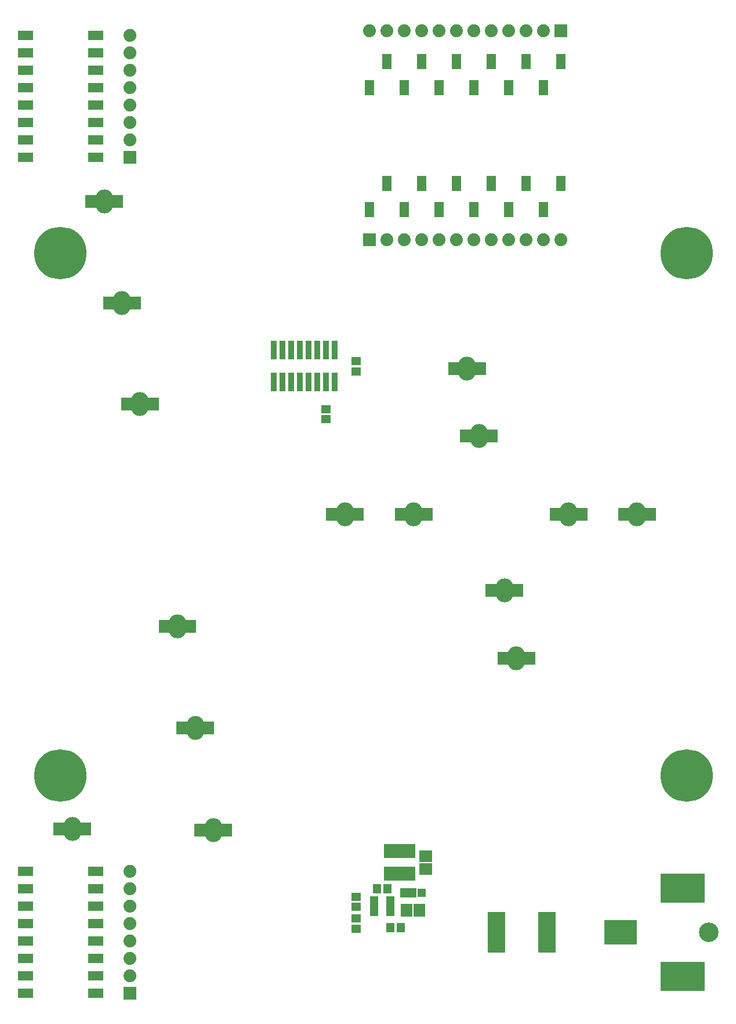
<source format=gts>
G04 (created by PCBNEW (2013-07-07 BZR 4022)-stable) date 11/4/2014 1:01:41 AM*
%MOIN*%
G04 Gerber Fmt 3.4, Leading zero omitted, Abs format*
%FSLAX34Y34*%
G01*
G70*
G90*
G04 APERTURE LIST*
%ADD10C,0.01*%
%ADD11R,0.054X0.089*%
%ADD12R,0.089X0.054*%
%ADD13R,0.0454961X0.0388031*%
%ADD14R,0.034X0.108*%
%ADD15R,0.074X0.074*%
%ADD16C,0.074*%
%ADD17R,0.0652X0.073*%
%ADD18R,0.073X0.0652*%
%ADD19R,0.0534X0.0494*%
%ADD20R,0.0494X0.0534*%
%ADD21R,0.104551X0.234472*%
%ADD22R,0.179X0.084*%
%ADD23C,0.301402*%
%ADD24R,0.0927402X0.0573071*%
%ADD25R,0.0454961X0.0454961*%
%ADD26R,0.0651811X0.0769921*%
%ADD27O,0.0987402X0.13811*%
%ADD28R,0.187228X0.143921*%
%ADD29R,0.258094X0.167543*%
%ADD30C,0.112425*%
G04 APERTURE END LIST*
G54D10*
G54D11*
X31750Y56000D03*
X30750Y54500D03*
X29750Y56000D03*
X28750Y54500D03*
X27750Y56000D03*
X26750Y54500D03*
X25750Y56000D03*
X24750Y54500D03*
X23750Y56000D03*
X22750Y54500D03*
X21750Y56000D03*
X20750Y54500D03*
X20750Y47500D03*
X21750Y49000D03*
X22750Y47500D03*
X23750Y49000D03*
X24750Y47500D03*
X25750Y49000D03*
X26750Y47500D03*
X27750Y49000D03*
X28750Y47500D03*
X29750Y49000D03*
X30750Y47500D03*
X31750Y49000D03*
G54D12*
X975Y2500D03*
X975Y3500D03*
X975Y4500D03*
X975Y5500D03*
X975Y6500D03*
X975Y7500D03*
X975Y8500D03*
X975Y9500D03*
X5025Y2500D03*
X5025Y3500D03*
X5025Y4500D03*
X5025Y5500D03*
X5025Y6500D03*
X5025Y7500D03*
X5025Y8500D03*
X5025Y9500D03*
X975Y50500D03*
X975Y51500D03*
X975Y52500D03*
X975Y53500D03*
X975Y54500D03*
X975Y55500D03*
X975Y56500D03*
X975Y57500D03*
X5025Y50500D03*
X5025Y51500D03*
X5025Y52500D03*
X5025Y53500D03*
X5025Y54500D03*
X5025Y55500D03*
X5025Y56500D03*
X5025Y57500D03*
G54D13*
X21027Y7874D03*
X21027Y7500D03*
X21027Y7125D03*
X21972Y7125D03*
X21972Y7500D03*
X21972Y7874D03*
G54D14*
X18750Y39415D03*
X18250Y39415D03*
X17750Y39415D03*
X17250Y39415D03*
X16750Y39415D03*
X16250Y39415D03*
X15750Y39415D03*
X15250Y39415D03*
X15250Y37585D03*
X15750Y37585D03*
X16250Y37585D03*
X16750Y37585D03*
X17250Y37585D03*
X17750Y37585D03*
X18250Y37585D03*
X18750Y37585D03*
G54D15*
X7000Y2500D03*
G54D16*
X7000Y3500D03*
X7000Y4500D03*
X7000Y5500D03*
X7000Y6500D03*
X7000Y7500D03*
X7000Y8500D03*
X7000Y9500D03*
G54D15*
X7000Y50500D03*
G54D16*
X7000Y51500D03*
X7000Y52500D03*
X7000Y53500D03*
X7000Y54500D03*
X7000Y55500D03*
X7000Y56500D03*
X7000Y57500D03*
G54D17*
X22875Y7250D03*
X23625Y7250D03*
G54D18*
X24000Y10375D03*
X24000Y9625D03*
G54D19*
X20000Y6204D03*
X20000Y6796D03*
X18250Y36046D03*
X18250Y35454D03*
G54D20*
X21204Y8500D03*
X21796Y8500D03*
X22546Y6250D03*
X21954Y6250D03*
G54D19*
X20000Y7454D03*
X20000Y8046D03*
X20000Y38204D03*
X20000Y38796D03*
G54D21*
X30956Y6000D03*
X28043Y6000D03*
G54D22*
X22500Y9350D03*
X22500Y10650D03*
G54D23*
X39000Y45000D03*
X39000Y15000D03*
X3000Y45000D03*
X3000Y15000D03*
G54D24*
X22994Y8250D03*
G54D25*
X23742Y8250D03*
G54D15*
X31750Y57750D03*
G54D16*
X30750Y57750D03*
X29750Y57750D03*
X28750Y57750D03*
X27750Y57750D03*
X26750Y57750D03*
X25750Y57750D03*
X24750Y57750D03*
X23750Y57750D03*
X22750Y57750D03*
X21750Y57750D03*
X20750Y57750D03*
G54D15*
X20750Y45750D03*
G54D16*
X21750Y45750D03*
X22750Y45750D03*
X23750Y45750D03*
X24750Y45750D03*
X25750Y45750D03*
X26750Y45750D03*
X27750Y45750D03*
X28750Y45750D03*
X29750Y45750D03*
X30750Y45750D03*
X31750Y45750D03*
G54D26*
X8974Y23553D03*
X10470Y23553D03*
G54D27*
X9722Y23553D03*
G54D26*
X11499Y17715D03*
X10003Y17715D03*
G54D27*
X10751Y17715D03*
G54D26*
X11033Y11877D03*
X12529Y11877D03*
G54D27*
X11781Y11877D03*
G54D26*
X25619Y38362D03*
X27115Y38362D03*
G54D27*
X26367Y38362D03*
G54D26*
X27799Y34484D03*
X26303Y34484D03*
G54D27*
X27051Y34484D03*
G54D26*
X31445Y30004D03*
X32941Y30004D03*
G54D27*
X32193Y30004D03*
G54D26*
X29947Y21743D03*
X28451Y21743D03*
G54D27*
X29199Y21743D03*
G54D26*
X35382Y30004D03*
X36878Y30004D03*
G54D27*
X36130Y30004D03*
G54D26*
X6256Y47957D03*
X4760Y47957D03*
G54D27*
X5508Y47957D03*
G54D26*
X27767Y25621D03*
X29263Y25621D03*
G54D27*
X28515Y25621D03*
G54D26*
X5785Y42141D03*
X7282Y42141D03*
G54D27*
X6534Y42141D03*
G54D26*
X8307Y36326D03*
X6811Y36326D03*
G54D27*
X7559Y36326D03*
G54D26*
X20103Y30004D03*
X18606Y30004D03*
G54D27*
X19355Y30004D03*
G54D26*
X24040Y30004D03*
X22543Y30004D03*
G54D27*
X23292Y30004D03*
G54D26*
X4427Y11944D03*
X2931Y11944D03*
G54D27*
X3679Y11944D03*
G54D28*
X35206Y6000D03*
G54D29*
X38750Y3460D03*
X38750Y8539D03*
G54D30*
X40246Y6000D03*
M02*

</source>
